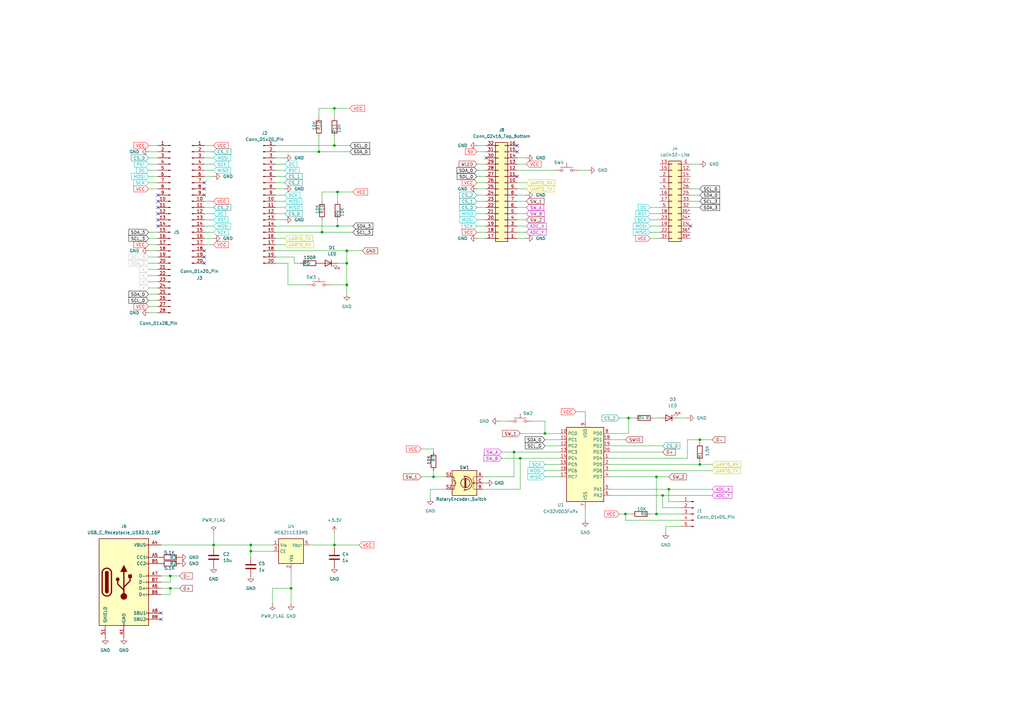
<source format=kicad_sch>
(kicad_sch (version 20250114) (generator "eeschema") (generator_version "9.0")
  (paper "A3")
  (junction (at 138.43 78.74))
  (junction (at 102.87 226.06))
  (junction (at 102.87 223.52))
  (junction (at 256.54 210.82))
  (junction (at 130.81 62.23))
  (junction (at 210.82 185.42))
  (junction (at 138.43 92.71))
  (junction (at 287.02 180.34))
  (junction (at 213.36 187.96))
  (junction (at 274.32 200.66))
  (junction (at 119.38 241.3))
  (junction (at 271.78 203.2))
  (junction (at 137.16 223.52))
  (junction (at 142.24 107.95))
  (junction (at 137.16 44.45))
  (junction (at 137.16 59.69))
  (junction (at 269.24 210.82))
  (junction (at 269.24 195.58))
  (junction (at 69.85 236.22))
  (junction (at 257.81 171.45))
  (junction (at 142.24 102.87))
  (junction (at 287.02 190.5))
  (junction (at 69.85 241.3))
  (junction (at 223.52 177.8))
  (junction (at 142.24 116.84))
  (junction (at 177.8 195.58))
  (junction (at 87.63 223.52))
  (junction (at 132.08 95.25))
  (no_connect (at 64.77 90.17))
  (no_connect (at 212.09 59.69))
  (no_connect (at 283.21 92.71))
  (no_connect (at 66.04 254))
  (no_connect (at 212.09 72.39))
  (no_connect (at 199.39 64.77))
  (no_connect (at 83.82 102.87))
  (no_connect (at 212.09 62.23))
  (no_connect (at 66.04 251.46))
  (no_connect (at 64.77 82.55))
  (no_connect (at 83.82 105.41))
  (no_connect (at 64.77 87.63))
  (no_connect (at 64.77 92.71))
  (no_connect (at 64.77 80.01))
  (no_connect (at 83.82 107.95))
  (no_connect (at 64.77 85.09))
  (no_connect (at 83.82 77.47))
  (no_connect (at 83.82 74.93))
  (no_connect (at 83.82 80.01))
  (wire (pts (xy 132.08 90.17) (xy 132.08 95.25)))
  (wire (pts (xy 60.96 67.31) (xy 64.77 67.31)))
  (wire (pts (xy 210.82 185.42) (xy 229.87 185.42)))
  (wire (pts (xy 177.8 193.04) (xy 177.8 195.58)))
  (wire (pts (xy 148.59 102.87) (xy 142.24 102.87)))
  (wire (pts (xy 223.52 190.5) (xy 229.87 190.5)))
  (wire (pts (xy 205.74 187.96) (xy 213.36 187.96)))
  (wire (pts (xy 130.81 55.88) (xy 130.81 62.23)))
  (wire (pts (xy 60.96 69.85) (xy 64.77 69.85)))
  (wire (pts (xy 113.03 105.41) (xy 120.65 105.41)))
  (wire (pts (xy 120.65 107.95) (xy 123.19 107.95)))
  (wire (pts (xy 69.85 238.76) (xy 69.85 236.22)))
  (wire (pts (xy 172.72 195.58) (xy 177.8 195.58)))
  (wire (pts (xy 116.84 87.63) (xy 113.03 87.63)))
  (wire (pts (xy 195.58 92.71) (xy 199.39 92.71)))
  (wire (pts (xy 223.52 182.88) (xy 229.87 182.88)))
  (wire (pts (xy 119.38 241.3) (xy 119.38 247.65)))
  (wire (pts (xy 60.96 100.33) (xy 64.77 100.33)))
  (wire (pts (xy 177.8 184.15) (xy 177.8 185.42)))
  (wire (pts (xy 223.52 172.72) (xy 218.44 172.72)))
  (wire (pts (xy 199.39 69.85) (xy 195.58 69.85)))
  (wire (pts (xy 66.04 243.84) (xy 69.85 243.84)))
  (wire (pts (xy 240.03 213.36) (xy 240.03 208.28)))
  (wire (pts (xy 256.54 210.82) (xy 254 210.82)))
  (wire (pts (xy 102.87 226.06) (xy 102.87 223.52)))
  (wire (pts (xy 120.65 105.41) (xy 120.65 107.95)))
  (wire (pts (xy 283.21 82.55) (xy 287.02 82.55)))
  (wire (pts (xy 87.63 87.63) (xy 83.82 87.63)))
  (wire (pts (xy 266.7 87.63) (xy 270.51 87.63)))
  (wire (pts (xy 195.58 62.23) (xy 199.39 62.23)))
  (wire (pts (xy 116.84 90.17) (xy 113.03 90.17)))
  (wire (pts (xy 212.09 92.71) (xy 215.9 92.71)))
  (wire (pts (xy 87.63 92.71) (xy 83.82 92.71)))
  (wire (pts (xy 212.09 69.85) (xy 227.33 69.85)))
  (wire (pts (xy 60.96 74.93) (xy 64.77 74.93)))
  (wire (pts (xy 66.04 223.52) (xy 87.63 223.52)))
  (wire (pts (xy 137.16 223.52) (xy 137.16 224.79)))
  (wire (pts (xy 215.9 64.77) (xy 212.09 64.77)))
  (wire (pts (xy 223.52 180.34) (xy 229.87 180.34)))
  (wire (pts (xy 144.78 92.71) (xy 138.43 92.71)))
  (wire (pts (xy 283.21 80.01) (xy 287.02 80.01)))
  (wire (pts (xy 60.96 118.11) (xy 64.77 118.11)))
  (wire (pts (xy 250.19 182.88) (xy 271.78 182.88)))
  (wire (pts (xy 269.24 210.82) (xy 266.7 210.82)))
  (wire (pts (xy 199.39 67.31) (xy 195.58 67.31)))
  (wire (pts (xy 144.78 78.74) (xy 138.43 78.74)))
  (wire (pts (xy 240.03 168.91) (xy 240.03 172.72)))
  (wire (pts (xy 212.09 85.09) (xy 215.9 85.09)))
  (wire (pts (xy 278.13 171.45) (xy 281.94 171.45)))
  (wire (pts (xy 269.24 195.58) (xy 269.24 210.82)))
  (wire (pts (xy 60.96 95.25) (xy 64.77 95.25)))
  (wire (pts (xy 273.05 218.44) (xy 273.05 215.9)))
  (wire (pts (xy 116.84 74.93) (xy 113.03 74.93)))
  (wire (pts (xy 60.96 105.41) (xy 64.77 105.41)))
  (wire (pts (xy 213.36 177.8) (xy 223.52 177.8)))
  (wire (pts (xy 111.76 241.3) (xy 111.76 247.65)))
  (wire (pts (xy 66.04 241.3) (xy 69.85 241.3)))
  (wire (pts (xy 195.58 90.17) (xy 199.39 90.17)))
  (wire (pts (xy 250.19 195.58) (xy 269.24 195.58)))
  (wire (pts (xy 125.73 116.84) (xy 118.11 116.84)))
  (wire (pts (xy 210.82 195.58) (xy 210.82 185.42)))
  (wire (pts (xy 257.81 177.8) (xy 250.19 177.8)))
  (wire (pts (xy 287.02 190.5) (xy 292.1 190.5)))
  (wire (pts (xy 87.63 59.69) (xy 83.82 59.69)))
  (wire (pts (xy 195.58 74.93) (xy 199.39 74.93)))
  (wire (pts (xy 250.19 180.34) (xy 256.54 180.34)))
  (wire (pts (xy 142.24 102.87) (xy 142.24 107.95)))
  (wire (pts (xy 250.19 203.2) (xy 271.78 203.2)))
  (wire (pts (xy 66.04 236.22) (xy 69.85 236.22)))
  (wire (pts (xy 130.81 62.23) (xy 113.03 62.23)))
  (wire (pts (xy 127 223.52) (xy 137.16 223.52)))
  (wire (pts (xy 60.96 77.47) (xy 64.77 77.47)))
  (wire (pts (xy 137.16 55.88) (xy 137.16 59.69)))
  (wire (pts (xy 266.7 92.71) (xy 270.51 92.71)))
  (wire (pts (xy 87.63 218.44) (xy 87.63 223.52)))
  (wire (pts (xy 287.02 180.34) (xy 287.02 181.61)))
  (wire (pts (xy 60.96 64.77) (xy 64.77 64.77)))
  (wire (pts (xy 60.96 125.73) (xy 64.77 125.73)))
  (wire (pts (xy 137.16 44.45) (xy 137.16 48.26)))
  (wire (pts (xy 223.52 177.8) (xy 223.52 172.72)))
  (wire (pts (xy 60.96 123.19) (xy 64.77 123.19)))
  (wire (pts (xy 142.24 102.87) (xy 113.03 102.87)))
  (wire (pts (xy 223.52 195.58) (xy 229.87 195.58)))
  (wire (pts (xy 195.58 95.25) (xy 199.39 95.25)))
  (wire (pts (xy 266.7 90.17) (xy 270.51 90.17)))
  (wire (pts (xy 60.96 110.49) (xy 64.77 110.49)))
  (wire (pts (xy 198.12 200.66) (xy 213.36 200.66)))
  (wire (pts (xy 87.63 90.17) (xy 83.82 90.17)))
  (wire (pts (xy 143.51 59.69) (xy 137.16 59.69)))
  (wire (pts (xy 87.63 223.52) (xy 102.87 223.52)))
  (wire (pts (xy 271.78 208.28) (xy 279.4 208.28)))
  (wire (pts (xy 132.08 82.55) (xy 132.08 78.74)))
  (wire (pts (xy 223.52 193.04) (xy 229.87 193.04)))
  (wire (pts (xy 236.22 168.91) (xy 240.03 168.91)))
  (wire (pts (xy 212.09 95.25) (xy 215.9 95.25)))
  (wire (pts (xy 60.96 102.87) (xy 64.77 102.87)))
  (wire (pts (xy 60.96 62.23) (xy 64.77 62.23)))
  (wire (pts (xy 198.12 195.58) (xy 210.82 195.58)))
  (wire (pts (xy 138.43 78.74) (xy 138.43 82.55)))
  (wire (pts (xy 266.7 97.79) (xy 270.51 97.79)))
  (wire (pts (xy 195.58 59.69) (xy 199.39 59.69)))
  (wire (pts (xy 102.87 223.52) (xy 111.76 223.52)))
  (wire (pts (xy 269.24 195.58) (xy 274.32 195.58)))
  (wire (pts (xy 269.24 210.82) (xy 279.4 210.82)))
  (wire (pts (xy 69.85 243.84) (xy 69.85 241.3)))
  (wire (pts (xy 241.3 69.85) (xy 237.49 69.85)))
  (wire (pts (xy 87.63 64.77) (xy 83.82 64.77)))
  (wire (pts (xy 212.09 82.55) (xy 215.9 82.55)))
  (wire (pts (xy 138.43 107.95) (xy 142.24 107.95)))
  (wire (pts (xy 274.32 205.74) (xy 279.4 205.74)))
  (wire (pts (xy 292.1 193.04) (xy 250.19 193.04)))
  (wire (pts (xy 257.81 171.45) (xy 260.35 171.45)))
  (wire (pts (xy 142.24 120.65) (xy 142.24 116.84)))
  (wire (pts (xy 69.85 241.3) (xy 73.66 241.3)))
  (wire (pts (xy 250.19 200.66) (xy 274.32 200.66)))
  (wire (pts (xy 281.94 180.34) (xy 281.94 187.96)))
  (wire (pts (xy 212.09 90.17) (xy 215.9 90.17)))
  (wire (pts (xy 229.87 187.96) (xy 213.36 187.96)))
  (wire (pts (xy 283.21 77.47) (xy 287.02 77.47)))
  (wire (pts (xy 116.84 80.01) (xy 113.03 80.01)))
  (wire (pts (xy 287.02 180.34) (xy 292.1 180.34)))
  (wire (pts (xy 138.43 92.71) (xy 113.03 92.71)))
  (wire (pts (xy 60.96 128.27) (xy 64.77 128.27)))
  (wire (pts (xy 116.84 67.31) (xy 113.03 67.31)))
  (wire (pts (xy 215.9 67.31) (xy 212.09 67.31)))
  (wire (pts (xy 256.54 213.36) (xy 279.4 213.36)))
  (wire (pts (xy 66.04 238.76) (xy 69.85 238.76)))
  (wire (pts (xy 266.7 85.09) (xy 270.51 85.09)))
  (wire (pts (xy 144.78 95.25) (xy 132.08 95.25)))
  (wire (pts (xy 215.9 80.01) (xy 212.09 80.01)))
  (wire (pts (xy 199.39 82.55) (xy 195.58 82.55)))
  (wire (pts (xy 229.87 177.8) (xy 223.52 177.8)))
  (wire (pts (xy 119.38 233.68) (xy 119.38 241.3)))
  (wire (pts (xy 213.36 187.96) (xy 213.36 200.66)))
  (wire (pts (xy 143.51 62.23) (xy 130.81 62.23)))
  (wire (pts (xy 60.96 120.65) (xy 64.77 120.65)))
  (wire (pts (xy 283.21 85.09) (xy 287.02 85.09)))
  (wire (pts (xy 176.53 204.47) (xy 176.53 200.66)))
  (wire (pts (xy 118.11 107.95) (xy 113.03 107.95)))
  (wire (pts (xy 87.63 95.25) (xy 83.82 95.25)))
  (wire (pts (xy 142.24 116.84) (xy 135.89 116.84)))
  (wire (pts (xy 118.11 116.84) (xy 118.11 107.95)))
  (wire (pts (xy 87.63 69.85) (xy 83.82 69.85)))
  (wire (pts (xy 287.02 67.31) (xy 283.21 67.31)))
  (wire (pts (xy 130.81 48.26) (xy 130.81 44.45)))
  (wire (pts (xy 116.84 64.77) (xy 113.03 64.77)))
  (wire (pts (xy 266.7 95.25) (xy 270.51 95.25)))
  (wire (pts (xy 215.9 97.79) (xy 212.09 97.79)))
  (wire (pts (xy 199.39 80.01) (xy 195.58 80.01)))
  (wire (pts (xy 116.84 72.39) (xy 113.03 72.39)))
  (wire (pts (xy 137.16 218.44) (xy 137.16 223.52)))
  (wire (pts (xy 87.63 224.79) (xy 87.63 223.52)))
  (wire (pts (xy 87.63 100.33) (xy 83.82 100.33)))
  (wire (pts (xy 215.9 74.93) (xy 212.09 74.93)))
  (wire (pts (xy 102.87 228.6) (xy 102.87 226.06)))
  (wire (pts (xy 274.32 200.66) (xy 274.32 205.74)))
  (wire (pts (xy 287.02 189.23) (xy 287.02 190.5)))
  (wire (pts (xy 205.74 185.42) (xy 210.82 185.42)))
  (wire (pts (xy 143.51 44.45) (xy 137.16 44.45)))
  (wire (pts (xy 274.32 200.66) (xy 292.1 200.66)))
  (wire (pts (xy 60.96 72.39) (xy 64.77 72.39)))
  (wire (pts (xy 87.63 97.79) (xy 83.82 97.79)))
  (wire (pts (xy 215.9 77.47) (xy 212.09 77.47)))
  (wire (pts (xy 270.51 171.45) (xy 267.97 171.45)))
  (wire (pts (xy 195.58 97.79) (xy 199.39 97.79)))
  (wire (pts (xy 130.81 44.45) (xy 137.16 44.45)))
  (wire (pts (xy 250.19 190.5) (xy 287.02 190.5)))
  (wire (pts (xy 271.78 203.2) (xy 271.78 208.28)))
  (wire (pts (xy 212.09 87.63) (xy 215.9 87.63)))
  (wire (pts (xy 116.84 97.79) (xy 113.03 97.79)))
  (wire (pts (xy 195.58 77.47) (xy 199.39 77.47)))
  (wire (pts (xy 60.96 113.03) (xy 64.77 113.03)))
  (wire (pts (xy 257.81 171.45) (xy 257.81 177.8)))
  (wire (pts (xy 281.94 187.96) (xy 250.19 187.96)))
  (wire (pts (xy 273.05 215.9) (xy 279.4 215.9)))
  (wire (pts (xy 259.08 210.82) (xy 256.54 210.82)))
  (wire (pts (xy 87.63 72.39) (xy 83.82 72.39)))
  (wire (pts (xy 204.47 172.72) (xy 208.28 172.72)))
  (wire (pts (xy 254 171.45) (xy 257.81 171.45)))
  (wire (pts (xy 138.43 90.17) (xy 138.43 92.71)))
  (wire (pts (xy 69.85 236.22) (xy 73.66 236.22)))
  (wire (pts (xy 116.84 82.55) (xy 113.03 82.55)))
  (wire (pts (xy 132.08 78.74) (xy 138.43 78.74)))
  (wire (pts (xy 111.76 241.3) (xy 119.38 241.3)))
  (wire (pts (xy 176.53 200.66) (xy 182.88 200.66)))
  (wire (pts (xy 177.8 195.58) (xy 182.88 195.58)))
  (wire (pts (xy 271.78 203.2) (xy 292.1 203.2)))
  (wire (pts (xy 281.94 180.34) (xy 287.02 180.34)))
  (wire (pts (xy 198.12 198.12) (xy 199.39 198.12)))
  (wire (pts (xy 60.96 59.69) (xy 64.77 59.69)))
  (wire (pts (xy 116.84 85.09) (xy 113.03 85.09)))
  (wire (pts (xy 137.16 59.69) (xy 113.03 59.69)))
  (wire (pts (xy 102.87 226.06) (xy 111.76 226.06)))
  (wire (pts (xy 250.19 185.42) (xy 271.78 185.42)))
  (wire (pts (xy 87.63 62.23) (xy 83.82 62.23)))
  (wire (pts (xy 87.63 67.31) (xy 83.82 67.31)))
  (wire (pts (xy 177.8 184.15) (xy 172.72 184.15)))
  (wire (pts (xy 116.84 77.47) (xy 113.03 77.47)))
  (wire (pts (xy 199.39 72.39) (xy 195.58 72.39)))
  (wire (pts (xy 142.24 107.95) (xy 142.24 116.84)))
  (wire (pts (xy 116.84 69.85) (xy 113.03 69.85)))
  (wire (pts (xy 87.63 82.55) (xy 83.82 82.55)))
  (wire (pts (xy 87.63 85.09) (xy 83.82 85.09)))
  (wire (pts (xy 137.16 223.52) (xy 147.32 223.52)))
  (wire (pts (xy 60.96 97.79) (xy 64.77 97.79)))
  (wire (pts (xy 132.08 95.25) (xy 113.03 95.25)))
  (wire (pts (xy 116.84 100.33) (xy 113.03 100.33)))
  (wire (pts (xy 60.96 107.95) (xy 64.77 107.95)))
  (wire (pts (xy 256.54 213.36) (xy 256.54 210.82)))
  (wire (pts (xy 195.58 87.63) (xy 199.39 87.63)))
  (wire (pts (xy 60.96 115.57) (xy 64.77 115.57)))
  (wire (pts (xy 199.39 85.09) (xy 195.58 85.09)))
  (global_label "X" (shape input) (at 60.96 115.57 180) (property "Intersheetrefs" "${INTERSHEET_REFS}" (effects (hide yes))))
  (global_label "X" (shape input) (at 60.96 118.11 180) (property "Intersheetrefs" "${INTERSHEET_REFS}" (effects (hide yes))))
  (global_label "UART0_TX" (shape input) (at 292.1 193.04 0) (property "Intersheetrefs" "${INTERSHEET_REFS}" (effects (hide yes))))
  (global_label "WLED" (shape input) (at 195.58 67.31 180) (property "Intersheetrefs" "${INTERSHEET_REFS}" (effects (hide yes))))
  (global_label "VCC" (shape input) (at 195.58 74.93 180) (property "Intersheetrefs" "${INTERSHEET_REFS}" (effects (hide yes))))
  (global_label "ADC_X" (shape input) (at 292.1 200.66 0) (property "Intersheetrefs" "${INTERSHEET_REFS}" (effects (hide yes))))
  (global_label "MISO" (shape input) (at 87.63 69.85 0) (property "Intersheetrefs" "${INTERSHEET_REFS}" (effects (hide yes))))
  (global_label "SW_A" (shape input) (at 215.9 85.09 0) (property "Intersheetrefs" "${INTERSHEET_REFS}" (effects (hide yes))))
  (global_label "RST" (shape input) (at 60.96 67.31 180) (property "Intersheetrefs" "${INTERSHEET_REFS}" (effects (hide yes))))
  (global_label "SW_1" (shape input) (at 172.72 195.58 180) (property "Intersheetrefs" "${INTERSHEET_REFS}" (effects (hide yes))))
  (global_label "CS_0" (shape input) (at 195.58 85.09 180) (property "Intersheetrefs" "${INTERSHEET_REFS}" (effects (hide yes))))
  (global_label "D+" (shape input) (at 73.66 241.3 0) (property "Intersheetrefs" "${INTERSHEET_REFS}" (effects (hide yes))))
  (global_label "SW_B" (shape input) (at 205.74 187.96 180) (property "Intersheetrefs" "${INTERSHEET_REFS}" (effects (hide yes))))
  (global_label "UART0_TX" (shape input) (at 215.9 77.47 0) (property "Intersheetrefs" "${INTERSHEET_REFS}" (effects (hide yes))))
  (global_label "CS_1" (shape input) (at 195.58 82.55 180) (property "Intersheetrefs" "${INTERSHEET_REFS}" (effects (hide yes))))
  (global_label "SDA_3" (shape input) (at 60.96 107.95 180) (property "Intersheetrefs" "${INTERSHEET_REFS}" (effects (hide yes))))
  (global_label "ADC_Y" (shape input) (at 215.9 95.25 0) (property "Intersheetrefs" "${INTERSHEET_REFS}" (effects (hide yes))))
  (global_label "SCL_0" (shape input) (at 143.51 59.69 0) (property "Intersheetrefs" "${INTERSHEET_REFS}" (effects (hide yes))))
  (global_label "ADC_X" (shape input) (at 215.9 92.71 0) (property "Intersheetrefs" "${INTERSHEET_REFS}" (effects (hide yes))))
  (global_label "CS_1" (shape input) (at 87.63 62.23 0) (property "Intersheetrefs" "${INTERSHEET_REFS}" (effects (hide yes))))
  (global_label "MOSI" (shape input) (at 266.7 92.71 180) (property "Intersheetrefs" "${INTERSHEET_REFS}" (effects (hide yes))))
  (global_label "ADC_Y" (shape input) (at 292.1 203.2 0) (property "Intersheetrefs" "${INTERSHEET_REFS}" (effects (hide yes))))
  (global_label "CS_0" (shape input) (at 116.84 87.63 0) (property "Intersheetrefs" "${INTERSHEET_REFS}" (effects (hide yes))))
  (global_label "X" (shape input) (at 60.96 113.03 180) (property "Intersheetrefs" "${INTERSHEET_REFS}" (effects (hide yes))))
  (global_label "VCC" (shape input) (at 195.58 95.25 180) (property "Intersheetrefs" "${INTERSHEET_REFS}" (effects (hide yes))))
  (global_label "SCK" (shape input) (at 60.96 74.93 180) (property "Intersheetrefs" "${INTERSHEET_REFS}" (effects (hide yes))))
  (global_label "SDA_3" (shape input) (at 144.78 92.71 0) (property "Intersheetrefs" "${INTERSHEET_REFS}" (effects (hide yes))))
  (global_label "SCK" (shape input) (at 87.63 67.31 0) (property "Intersheetrefs" "${INTERSHEET_REFS}" (effects (hide yes))))
  (global_label "D+" (shape input) (at 271.78 185.42 0) (property "Intersheetrefs" "${INTERSHEET_REFS}" (effects (hide yes))))
  (global_label "CS_2" (shape input) (at 195.58 80.01 180) (property "Intersheetrefs" "${INTERSHEET_REFS}" (effects (hide yes))))
  (global_label "SCK" (shape input) (at 87.63 95.25 0) (property "Intersheetrefs" "${INTERSHEET_REFS}" (effects (hide yes))))
  (global_label "DC" (shape input) (at 87.63 87.63 0) (property "Intersheetrefs" "${INTERSHEET_REFS}" (effects (hide yes))))
  (global_label "MISO" (shape input) (at 116.84 85.09 0) (property "Intersheetrefs" "${INTERSHEET_REFS}" (effects (hide yes))))
  (global_label "VCC" (shape input) (at 254 210.82 180) (property "Intersheetrefs" "${INTERSHEET_REFS}" (effects (hide yes))))
  (global_label "SCL_0" (shape input) (at 60.96 123.19 180) (property "Intersheetrefs" "${INTERSHEET_REFS}" (effects (hide yes))))
  (global_label "RST" (shape input) (at 266.7 87.63 180) (property "Intersheetrefs" "${INTERSHEET_REFS}" (effects (hide yes))))
  (global_label "UART0_RX" (shape input) (at 215.9 74.93 0) (property "Intersheetrefs" "${INTERSHEET_REFS}" (effects (hide yes))))
  (global_label "CS_1" (shape input) (at 116.84 72.39 0) (property "Intersheetrefs" "${INTERSHEET_REFS}" (effects (hide yes))))
  (global_label "SCK" (shape input) (at 116.84 80.01 0) (property "Intersheetrefs" "${INTERSHEET_REFS}" (effects (hide yes))))
  (global_label "SCL_0" (shape input) (at 287.02 77.47 0) (property "Intersheetrefs" "${INTERSHEET_REFS}" (effects (hide yes))))
  (global_label "VCC" (shape input) (at 147.32 223.52 0) (property "Intersheetrefs" "${INTERSHEET_REFS}" (effects (hide yes))))
  (global_label "VCC" (shape input) (at 144.78 78.74 0) (property "Intersheetrefs" "${INTERSHEET_REFS}" (effects (hide yes))))
  (global_label "SW_B" (shape input) (at 215.9 87.63 0) (property "Intersheetrefs" "${INTERSHEET_REFS}" (effects (hide yes))))
  (global_label "D-" (shape input) (at 292.1 180.34 0) (property "Intersheetrefs" "${INTERSHEET_REFS}" (effects (hide yes))))
  (global_label "SCL_3" (shape input) (at 60.96 97.79 180) (property "Intersheetrefs" "${INTERSHEET_REFS}" (effects (hide yes))))
  (global_label "VCC" (shape input) (at 215.9 67.31 0) (property "Intersheetrefs" "${INTERSHEET_REFS}" (effects (hide yes))))
  (global_label "D-" (shape input) (at 73.66 236.22 0) (property "Intersheetrefs" "${INTERSHEET_REFS}" (effects (hide yes))))
  (global_label "SCL_3" (shape input) (at 60.96 105.41 180) (property "Intersheetrefs" "${INTERSHEET_REFS}" (effects (hide yes))))
  (global_label "SW_1" (shape input) (at 215.9 82.55 0) (property "Intersheetrefs" "${INTERSHEET_REFS}" (effects (hide yes))))
  (global_label "SCK" (shape input) (at 195.58 92.71 180) (property "Intersheetrefs" "${INTERSHEET_REFS}" (effects (hide yes))))
  (global_label "MISO" (shape input) (at 223.52 195.58 180) (property "Intersheetrefs" "${INTERSHEET_REFS}" (effects (hide yes))))
  (global_label "MOSI" (shape input) (at 195.58 90.17 180) (property "Intersheetrefs" "${INTERSHEET_REFS}" (effects (hide yes))))
  (global_label "SCL_0" (shape input) (at 223.52 182.88 180) (property "Intersheetrefs" "${INTERSHEET_REFS}" (effects (hide yes))))
  (global_label "SDA_0" (shape input) (at 60.96 120.65 180) (property "Intersheetrefs" "${INTERSHEET_REFS}" (effects (hide yes))))
  (global_label "VCC" (shape input) (at 87.63 59.69 0) (property "Intersheetrefs" "${INTERSHEET_REFS}" (effects (hide yes))))
  (global_label "VCC" (shape input) (at 236.22 168.91 180) (property "Intersheetrefs" "${INTERSHEET_REFS}" (effects (hide yes))))
  (global_label "VCC" (shape input) (at 172.72 184.15 180) (property "Intersheetrefs" "${INTERSHEET_REFS}" (effects (hide yes))))
  (global_label "MOSI" (shape input) (at 116.84 82.55 0) (property "Intersheetrefs" "${INTERSHEET_REFS}" (effects (hide yes))))
  (global_label "CS_0" (shape input) (at 60.96 64.77 180) (property "Intersheetrefs" "${INTERSHEET_REFS}" (effects (hide yes))))
  (global_label "VCC" (shape input) (at 60.96 100.33 180) (property "Intersheetrefs" "${INTERSHEET_REFS}" (effects (hide yes))))
  (global_label "SCL_3" (shape input) (at 144.78 95.25 0) (property "Intersheetrefs" "${INTERSHEET_REFS}" (effects (hide yes))))
  (global_label "VCC" (shape input) (at 60.96 77.47 180) (property "Intersheetrefs" "${INTERSHEET_REFS}" (effects (hide yes))))
  (global_label "SWIO" (shape input) (at 256.54 180.34 0) (property "Intersheetrefs" "${INTERSHEET_REFS}" (effects (hide yes))))
  (global_label "SCK" (shape input) (at 223.52 190.5 180) (property "Intersheetrefs" "${INTERSHEET_REFS}" (effects (hide yes))))
  (global_label "UART0_RX" (shape input) (at 292.1 190.5 0) (property "Intersheetrefs" "${INTERSHEET_REFS}" (effects (hide yes))))
  (global_label "SW_2" (shape input) (at 215.9 90.17 0) (property "Intersheetrefs" "${INTERSHEET_REFS}" (effects (hide yes))))
  (global_label "DC" (shape input) (at 60.96 69.85 180) (property "Intersheetrefs" "${INTERSHEET_REFS}" (effects (hide yes))))
  (global_label "SDA_3" (shape input) (at 287.02 85.09 0) (property "Intersheetrefs" "${INTERSHEET_REFS}" (effects (hide yes))))
  (global_label "SW_1" (shape input) (at 213.36 177.8 180) (property "Intersheetrefs" "${INTERSHEET_REFS}" (effects (hide yes))))
  (global_label "MOSI" (shape input) (at 60.96 72.39 180) (property "Intersheetrefs" "${INTERSHEET_REFS}" (effects (hide yes))))
  (global_label "X" (shape input) (at 60.96 110.49 180) (property "Intersheetrefs" "${INTERSHEET_REFS}" (effects (hide yes))))
  (global_label "RST" (shape input) (at 87.63 90.17 0) (property "Intersheetrefs" "${INTERSHEET_REFS}" (effects (hide yes))))
  (global_label "SDA_0" (shape input) (at 287.02 80.01 0) (property "Intersheetrefs" "${INTERSHEET_REFS}" (effects (hide yes))))
  (global_label "MOSI" (shape input) (at 223.52 193.04 180) (property "Intersheetrefs" "${INTERSHEET_REFS}" (effects (hide yes))))
  (global_label "DC" (shape input) (at 266.7 85.09 180) (property "Intersheetrefs" "${INTERSHEET_REFS}" (effects (hide yes))))
  (global_label "GND" (shape input) (at 148.59 102.87 0) (property "Intersheetrefs" "${INTERSHEET_REFS}" (effects (hide yes))))
  (global_label "CS_2" (shape input) (at 116.84 74.93 0) (property "Intersheetrefs" "${INTERSHEET_REFS}" (effects (hide yes))))
  (global_label "SDA_0" (shape input) (at 223.52 180.34 180) (property "Intersheetrefs" "${INTERSHEET_REFS}" (effects (hide yes))))
  (global_label "VCC" (shape input) (at 87.63 82.55 0) (property "Intersheetrefs" "${INTERSHEET_REFS}" (effects (hide yes))))
  (global_label "DC" (shape input) (at 116.84 67.31 0) (property "Intersheetrefs" "${INTERSHEET_REFS}" (effects (hide yes))))
  (global_label "SCK" (shape input) (at 266.7 90.17 180) (property "Intersheetrefs" "${INTERSHEET_REFS}" (effects (hide yes))))
  (global_label "VCC" (shape input) (at 60.96 125.73 180) (property "Intersheetrefs" "${INTERSHEET_REFS}" (effects (hide yes))))
  (global_label "MOSI" (shape input) (at 87.63 92.71 0) (property "Intersheetrefs" "${INTERSHEET_REFS}" (effects (hide yes))))
  (global_label "RST" (shape input) (at 116.84 69.85 0) (property "Intersheetrefs" "${INTERSHEET_REFS}" (effects (hide yes))))
  (global_label "SDL_0" (shape input) (at 195.58 72.39 180) (property "Intersheetrefs" "${INTERSHEET_REFS}" (effects (hide yes))))
  (global_label "VCC" (shape input) (at 60.96 59.69 180) (property "Intersheetrefs" "${INTERSHEET_REFS}" (effects (hide yes))))
  (global_label "VCC" (shape input) (at 143.51 44.45 0) (property "Intersheetrefs" "${INTERSHEET_REFS}" (effects (hide yes))))
  (global_label "SCL_3" (shape input) (at 287.02 82.55 0) (property "Intersheetrefs" "${INTERSHEET_REFS}" (effects (hide yes))))
  (global_label "MISO" (shape input) (at 195.58 87.63 180) (property "Intersheetrefs" "${INTERSHEET_REFS}" (effects (hide yes))))
  (global_label "SDA_0" (shape input) (at 195.58 69.85 180) (property "Intersheetrefs" "${INTERSHEET_REFS}" (effects (hide yes))))
  (global_label "VCC" (shape input) (at 266.7 97.79 180) (property "Intersheetrefs" "${INTERSHEET_REFS}" (effects (hide yes))))
  (global_label "MISO" (shape input) (at 266.7 95.25 180) (property "Intersheetrefs" "${INTERSHEET_REFS}" (effects (hide yes))))
  (global_label "SDA_3" (shape input) (at 60.96 95.25 180) (property "Intersheetrefs" "${INTERSHEET_REFS}" (effects (hide yes))))
  (global_label "MOSI" (shape input) (at 87.63 64.77 0) (property "Intersheetrefs" "${INTERSHEET_REFS}" (effects (hide yes))))
  (global_label "SDA_0" (shape input) (at 143.51 62.23 0) (property "Intersheetrefs" "${INTERSHEET_REFS}" (effects (hide yes))))
  (global_label "UART0_RX" (shape input) (at 116.84 100.33 0) (property "Intersheetrefs" "${INTERSHEET_REFS}" (effects (hide yes))))
  (global_label "CS_0" (shape input) (at 271.78 182.88 0) (property "Intersheetrefs" "${INTERSHEET_REFS}" (effects (hide yes))))
  (global_label "CS_2" (shape input) (at 87.63 85.09 0) (property "Intersheetrefs" "${INTERSHEET_REFS}" (effects (hide yes))))
  (global_label "SW_2" (shape input) (at 274.32 195.58 0) (property "Intersheetrefs" "${INTERSHEET_REFS}" (effects (hide yes))))
  (global_label "VCC" (shape input) (at 87.63 100.33 0) (property "Intersheetrefs" "${INTERSHEET_REFS}" (effects (hide yes))))
  (global_label "5V" (shape input) (at 195.58 62.23 180) (property "Intersheetrefs" "${INTERSHEET_REFS}" (effects (hide yes))))
  (global_label "UART0_TX" (shape input) (at 116.84 97.79 0) (property "Intersheetrefs" "${INTERSHEET_REFS}" (effects (hide yes))))
  (global_label "CS_2" (shape input) (at 254 171.45 180) (property "Intersheetrefs" "${INTERSHEET_REFS}" (effects (hide yes))))
  (global_label "SW_A" (shape input) (at 205.74 185.42 180) (property "Intersheetrefs" "${INTERSHEET_REFS}" (effects (hide yes))))
  (symbol (lib_name "GND_1") (lib_id "power:GND") (at 119.38 247.65 0) (unit 1)
    (property "Reference" "#PWR010" (effects (hide yes)))
    (property "Value" "GND" (at 119.38 252.73 0))
    (property "Description" "Power symbol creates a global label with name \"GND\" , ground" (effects (hide yes)))
  )
  (symbol (lib_name "GND_1") (lib_id "power:GND") (at 273.05 218.44 0) (unit 1)
    (property "Reference" "#PWR04" (effects (hide yes)))
    (property "Value" "GND" (at 273.05 223.52 0))
    (property "Description" "Power symbol creates a global label with name \"GND\" , ground" (effects (hide yes)))
  )
  (symbol (lib_name "GND_1") (lib_id "power:GND") (at 241.3 69.85 90) (mirror x) (unit 1)
    (property "Reference" "#PWR019" (effects (hide yes)))
    (property "Value" "GND" (at 245.11 69.8499 90) (effects (justify right)))
    (property "Description" "Power symbol creates a global label with name \"GND\" , ground" (effects (hide yes)))
  )
  (symbol (lib_id "Switch:SW_Push") (at 130.81 116.84 0) (unit 1)
    (property "Reference" "SW3" (at 127.635 113.665 0))
    (property "Value" "SW_Push" (effects (hide yes)))
    (property "Footprint" "Button_Switch_SMD:SW_SPST_PTS810" (effects (hide yes)))
  )
  (symbol (lib_id "MCU_WCH_CH32V0:CH32V003FxPx") (at 240.03 190.5 0) (unit 1)
    (property "Reference" "U1" (at 228.6 207.01 0) (effects (justify left)))
    (property "Value" "CH32V003FxPx" (at 222.758 209.804 0) (effects (justify left)))
    (property "Footprint" "Package_SO:TSSOP-20_4.4x6.5mm_P0.65mm" (effects (hide yes)))
    (property "Datasheet" "https://www.wch-ic.com/products/CH32V003.html" (effects (hide yes)))
    (property "Description" "CH32V003 series are industrial-grade general-purpose microcontrollers designed based on 32-bit RISC-V instruction set and architecture. It adopts QingKe V2A core, RV32EC instruction set, and supports 2 levels of interrupt nesting. The series are mounted with rich peripheral interfaces and function modules. Its internal organizational structure meets the low-cost and low-power embedded application scenarios." (effects (hide yes)))
  )
  (symbol (lib_name "GND_1") (lib_id "power:GND") (at 116.84 77.47 90) (mirror x) (unit 1)
    (property "Reference" "#PWR027" (effects (hide yes)))
    (property "Value" "GND" (at 120.65 77.4699 90) (effects (justify right)))
    (property "Description" "Power symbol creates a global label with name \"GND\" , ground" (effects (hide yes)))
  )
  (symbol (lib_id "Device:R") (at 69.85 231.14 90) (unit 1)
    (property "Reference" "R2" (at 72.39 231.14 90) (effects (justify left)))
    (property "Value" "5.1K" (at 71.755 233.045 90) (effects (justify left)))
    (property "Footprint" "Resistor_SMD:R_0603_1608Metric" (effects (hide yes)))
  )
  (symbol (lib_id "Device:R") (at 130.81 52.07 180) (unit 1)
    (property "Reference" "R12" (at 130.81 49.53 90) (effects (justify left)))
    (property "Value" "10K" (at 128.905 49.53 90) (effects (justify left)))
    (property "Footprint" "Resistor_SMD:R_0603_1608Metric" (effects (hide yes)))
  )
  (symbol (lib_id "Connector:Conn_01x05_Pin") (at 284.48 210.82 0) (mirror y) (unit 1)
    (property "Reference" "J1" (at 285.75 209.5499 0) (effects (justify right)))
    (property "Value" "Conn_01x05_Pin" (at 285.75 212.0899 0) (effects (justify right)))
    (property "Footprint" "Connector_PinSocket_2.54mm:PinSocket_1x05_P2.54mm_Vertical" (effects (hide yes)))
    (property "Description" "Generic connector, single row, 01x05, script generated" (effects (hide yes)))
  )
  (symbol (lib_id "Connector:Conn_01x28_Pin") (at 69.85 92.71 0) (mirror y) (unit 1)
    (property "Reference" "J5" (at 71.12 95.2501 0) (effects (justify right)))
    (property "Value" "Conn_01x28_Pin" (at 57.15 132.588 0) (effects (justify right)))
    (property "Footprint" "Connector_PinHeader_2.54mm:PinHeader_1x28_P2.54mm_Vertical" (effects (hide yes)))
    (property "Description" "Generic connector, single row, 01x28, script generated" (effects (hide yes)))
  )
  (symbol (lib_name "GND_1") (lib_id "power:GND") (at 60.96 128.27 270) (unit 1)
    (property "Reference" "#PWR033" (effects (hide yes)))
    (property "Value" "GND" (at 57.15 128.2699 90) (effects (justify right)))
    (property "Description" "Power symbol creates a global label with name \"GND\" , ground" (effects (hide yes)))
  )
  (symbol (lib_id "Device:R") (at 177.8 189.23 180) (unit 1)
    (property "Reference" "R7" (at 177.8 186.69 90) (effects (justify left)))
    (property "Value" "10K" (at 175.895 186.69 90) (effects (justify left)))
    (property "Footprint" "Resistor_SMD:R_0603_1608Metric" (effects (hide yes)))
  )
  (symbol (lib_name "GND_1") (lib_id "power:GND") (at 195.58 59.69 270) (unit 1)
    (property "Reference" "#PWR023" (effects (hide yes)))
    (property "Value" "GND" (at 191.77 59.6899 90) (effects (justify right)))
    (property "Description" "Power symbol creates a global label with name \"GND\" , ground" (effects (hide yes)))
  )
  (symbol (lib_name "GND_1") (lib_id "power:GND") (at 87.63 97.79 90) (mirror x) (unit 1)
    (property "Reference" "#PWR030" (effects (hide yes)))
    (property "Value" "GND" (at 91.44 97.7899 90) (effects (justify right)))
    (property "Description" "Power symbol creates a global label with name \"GND\" , ground" (effects (hide yes)))
  )
  (symbol (lib_name "GND_1") (lib_id "power:GND") (at 199.39 198.12 90) (mirror x) (unit 1)
    (property "Reference" "#PWR06" (effects (hide yes)))
    (property "Value" "GND" (at 202.692 198.12 90) (effects (justify right)))
    (property "Description" "Power symbol creates a global label with name \"GND\" , ground" (effects (hide yes)))
  )
  (symbol (lib_name "GND_1") (lib_id "power:GND") (at 142.24 120.65 0) (mirror y) (unit 1)
    (property "Reference" "#PWR09" (effects (hide yes)))
    (property "Value" "GND" (at 142.24 125.73 0))
    (property "Description" "Power symbol creates a global label with name \"GND\" , ground" (effects (hide yes)))
  )
  (symbol (lib_id "Device:C") (at 87.63 228.6 0) (unit 1)
    (property "Reference" "C2" (at 91.44 227.33 0) (effects (justify left)))
    (property "Value" "10u" (at 91.44 229.87 0) (effects (justify left)))
    (property "Footprint" "Capacitor_SMD:C_0603_1608Metric" (effects (hide yes)))
  )
  (symbol (lib_name "GND_1") (lib_id "power:GND") (at 50.8 261.62 0) (unit 1)
    (property "Reference" "#PWR013" (effects (hide yes)))
    (property "Value" "GND" (at 50.8 266.7 0))
    (property "Description" "Power symbol creates a global label with name \"GND\" , ground" (effects (hide yes)))
  )
  (symbol (lib_name "GND_1") (lib_id "power:GND") (at 73.66 228.6 90) (unit 1)
    (property "Reference" "#PWR016" (effects (hide yes)))
    (property "Value" "GND" (at 77.47 228.5999 90) (effects (justify right)))
    (property "Description" "Power symbol creates a global label with name \"GND\" , ground" (effects (hide yes)))
  )
  (symbol (lib_name "LED_1") (lib_id "Device:LED") (at 274.32 171.45 180) (unit 1)
    (property "Reference" "D3" (at 275.9075 163.83 0))
    (property "Value" "LED" (at 275.9075 166.37 0))
    (property "Footprint" "LED_SMD:LED_0603_1608Metric" (effects (hide yes)))
    (property "Description" "Light emitting diode" (effects (hide yes)))
    (property "Sim.Pins" "1=K 2=A" (effects (hide yes)))
  )
  (symbol (lib_id "Device:R") (at 69.85 228.6 90) (unit 1)
    (property "Reference" "R3" (at 72.39 228.6 90) (effects (justify left)))
    (property "Value" "5.1K" (at 71.755 226.695 90) (effects (justify left)))
    (property "Footprint" "Resistor_SMD:R_0603_1608Metric" (effects (hide yes)))
  )
  (symbol (lib_name "GND_1") (lib_id "power:GND") (at 287.02 67.31 90) (mirror x) (unit 1)
    (property "Reference" "#PWR034" (effects (hide yes)))
    (property "Value" "GND" (at 290.83 67.3099 90) (effects (justify right)))
    (property "Description" "Power symbol creates a global label with name \"GND\" , ground" (effects (hide yes)))
  )
  (symbol (lib_id "Device:R") (at 262.89 210.82 90) (mirror x) (unit 1)
    (property "Reference" "R6" (at 265.43 210.82 90) (effects (justify left)))
    (property "Value" "10K" (at 265.176 208.788 90) (effects (justify left)))
    (property "Footprint" "Resistor_SMD:R_0603_1608Metric" (effects (hide yes)))
  )
  (symbol (lib_name "GND_1") (lib_id "power:GND") (at 195.58 77.47 270) (unit 1)
    (property "Reference" "#PWR024" (effects (hide yes)))
    (property "Value" "GND" (at 191.77 77.4699 90) (effects (justify right)))
    (property "Description" "Power symbol creates a global label with name \"GND\" , ground" (effects (hide yes)))
  )
  (symbol (lib_id "Switch:SW_Push") (at 213.36 172.72 0) (mirror y) (unit 1)
    (property "Reference" "SW2" (at 216.535 169.545 0))
    (property "Value" "SW_Push" (effects (hide yes)))
    (property "Footprint" "Button_Switch_SMD:SW_SPST_PTS810" (effects (hide yes)))
  )
  (symbol (lib_id "IOT-Mess:Lolin32-Lite") (at 275.59 82.55 0) (unit 1)
    (property "Reference" "J4" (at 276.86 60.96 0))
    (property "Value" "Lolin32-Lite" (at 276.86 63.5 0))
    (property "Description" "Generic connector, double row, 02x13, row letter last pin numbering scheme (pin number consists of a letter for the row and a number for the pin index in this row. 1a, ..., Na; 1b, ..., Nb)), script generated (kicad-library-utils/schlib/autogen/connector/)" (effects (hide yes)))
  )
  (symbol (lib_id "Device:R") (at 137.16 52.07 0) (unit 1)
    (property "Reference" "R11" (at 137.16 54.61 90) (effects (justify left)))
    (property "Value" "10K" (at 139.065 54.61 90) (effects (justify left)))
    (property "Footprint" "Resistor_SMD:R_0603_1608Metric" (effects (hide yes)))
  )
  (symbol (lib_name "GND_1") (lib_id "power:GND") (at 60.96 102.87 270) (unit 1)
    (property "Reference" "#PWR032" (effects (hide yes)))
    (property "Value" "GND" (at 57.15 102.8699 90) (effects (justify right)))
    (property "Description" "Power symbol creates a global label with name \"GND\" , ground" (effects (hide yes)))
  )
  (symbol (lib_id "power:PWR_FLAG") (at 87.63 218.44 0) (unit 1)
    (property "Reference" "#FLG05" (effects (hide yes)))
    (property "Value" "PWR_FLAG" (at 87.63 213.36 0))
    (property "Description" "Special symbol for telling ERC where power comes from" (effects (hide yes)))
  )
  (symbol (lib_id "Regulator_Linear:ME6211C33M5") (at 119.38 226.06 0) (unit 1)
    (property "Reference" "U4" (at 119.38 215.9 0))
    (property "Value" "ME6211C33M5" (at 119.38 218.44 0))
    (property "Footprint" "Package_TO_SOT_SMD:SOT-23-5" (effects (hide yes)))
    (property "Datasheet" "https://www.lcsc.com/datasheet/lcsc_datasheet_2304140030_MICRONE-Nanjing-Micro-One-Elec-ME6211C33R5G_C235316.pdf" (effects (hide yes)))
    (property "Description" "500mA low dropout linear regulator, shutdown pin, 6.5V max input voltage, 3.3V fixed positive output, SOT-23-5" (effects (hide yes)))
  )
  (symbol (lib_id "power:PWR_FLAG") (at 111.76 247.65 180) (unit 1)
    (property "Reference" "#FLG04" (effects (hide yes)))
    (property "Value" "PWR_FLAG" (at 111.76 252.73 0))
    (property "Description" "Special symbol for telling ERC where power comes from" (effects (hide yes)))
  )
  (symbol (lib_name "GND_1") (lib_id "power:GND") (at 281.94 171.45 90) (unit 1)
    (property "Reference" "#PWR012" (effects (hide yes)))
    (property "Value" "GND" (at 285.75 171.4499 90) (effects (justify right)))
    (property "Description" "Power symbol creates a global label with name \"GND\" , ground" (effects (hide yes)))
  )
  (symbol (lib_name "GND_1") (lib_id "power:GND") (at 43.18 261.62 0) (unit 1)
    (property "Reference" "#PWR011" (effects (hide yes)))
    (property "Value" "GND" (at 43.18 266.7 0))
    (property "Description" "Power symbol creates a global label with name \"GND\" , ground" (effects (hide yes)))
  )
  (symbol (lib_id "Device:C") (at 102.87 232.41 0) (unit 1)
    (property "Reference" "C5" (at 106.045 231.14 0) (effects (justify left)))
    (property "Value" "1u" (at 106.045 233.68 0) (effects (justify left)))
    (property "Footprint" "Capacitor_SMD:C_0603_1608Metric" (effects (hide yes)))
  )
  (symbol (lib_id "power:+3.3V") (at 137.16 218.44 0) (unit 1)
    (property "Reference" "#PWR01" (effects (hide yes)))
    (property "Value" "+3.3V" (at 137.16 213.36 0))
    (property "Description" "Power symbol creates a global label with name \"+3.3V\"" (effects (hide yes)))
  )
  (symbol (lib_id "Switch:SW_Push") (at 232.41 69.85 0) (unit 1)
    (property "Reference" "SW4" (at 229.235 66.675 0))
    (property "Value" "SW_Push" (effects (hide yes)))
    (property "Footprint" "Button_Switch_SMD:SW_SPST_PTS810" (effects (hide yes)))
  )
  (symbol (lib_name "GND_1") (lib_id "power:GND") (at 240.03 213.36 0) (unit 1)
    (property "Reference" "#PWR03" (effects (hide yes)))
    (property "Value" "GND" (at 240.03 218.44 0))
    (property "Description" "Power symbol creates a global label with name \"GND\" , ground" (effects (hide yes)))
  )
  (symbol (lib_name "GND_1") (lib_id "power:GND") (at 87.63 72.39 90) (mirror x) (unit 1)
    (property "Reference" "#PWR029" (effects (hide yes)))
    (property "Value" "GND" (at 91.44 72.3899 90) (effects (justify right)))
    (property "Description" "Power symbol creates a global label with name \"GND\" , ground" (effects (hide yes)))
  )
  (symbol (lib_name "LED_1") (lib_id "Device:LED") (at 134.62 107.95 0) (mirror y) (unit 1)
    (property "Reference" "D1" (at 136.2075 101.6 0))
    (property "Value" "LED" (at 136.2075 104.14 0))
    (property "Footprint" "LED_SMD:LED_0603_1608Metric" (effects (hide yes)))
    (property "Description" "Light emitting diode" (effects (hide yes)))
    (property "Sim.Pins" "1=K 2=A" (effects (hide yes)))
  )
  (symbol (lib_name "GND_1") (lib_id "power:GND") (at 215.9 97.79 90) (mirror x) (unit 1)
    (property "Reference" "#PWR022" (effects (hide yes)))
    (property "Value" "GND" (at 219.71 97.7899 90) (effects (justify right)))
    (property "Description" "Power symbol creates a global label with name \"GND\" , ground" (effects (hide yes)))
  )
  (symbol (lib_name "GND_1") (lib_id "power:GND") (at 176.53 204.47 0) (mirror y) (unit 1)
    (property "Reference" "#PWR07" (effects (hide yes)))
    (property "Value" "GND" (at 176.53 209.55 0))
    (property "Description" "Power symbol creates a global label with name \"GND\" , ground" (effects (hide yes)))
  )
  (symbol (lib_id "Connector:Conn_01x20_Pin") (at 107.95 82.55 0) (unit 1)
    (property "Reference" "J2" (at 108.585 54.61 0))
    (property "Value" "Conn_01x20_Pin" (at 108.585 57.15 0))
    (property "Footprint" "Connector_PinHeader_2.54mm:PinHeader_1x21_P2.54mm_Vertical" (effects (hide yes)))
    (property "Description" "Generic connector, single row, 01x20, script generated" (effects (hide yes)))
  )
  (symbol (lib_id "Device:RotaryEncoder_Switch") (at 190.5 198.12 0) (mirror y) (unit 1)
    (property "Reference" "SW1" (at 190.5 191.77 0))
    (property "Value" "RotaryEncoder_Switch" (at 189.23 204.724 0))
    (property "Footprint" "IOT-Mess-Footprints:RotaryEncoder_EC11_SMD" (effects (hide yes)))
    (property "Description" "Rotary encoder, dual channel, incremental quadrate outputs, with switch" (effects (hide yes)))
  )
  (symbol (lib_id "Connector:USB_C_Receptacle_USB2.0_16P") (at 50.8 238.76 0) (unit 1)
    (property "Reference" "J6" (at 50.8 215.9 0))
    (property "Value" "USB_C_Receptacle_USB2.0_16P" (at 50.8 218.44 0))
    (property "Footprint" "Connector_USB:USB_C_Receptacle_HRO_TYPE-C-31-M-12" (effects (hide yes)))
    (property "Datasheet" "https://www.usb.org/sites/default/files/documents/usb_type-c.zip" (effects (hide yes)))
    (property "Description" "USB 2.0-only 16P Type-C Receptacle connector" (effects (hide yes)))
  )
  (symbol (lib_id "Connector:Conn_01x20_Pin") (at 78.74 82.55 0) (unit 1)
    (property "Reference" "J3" (at 83.058 114.046 0) (effects (justify right)))
    (property "Value" "Conn_01x20_Pin" (at 89.662 111.252 0) (effects (justify right)))
    (property "Footprint" "Connector_PinHeader_2.54mm:PinHeader_1x21_P2.54mm_Vertical" (effects (hide yes)))
    (property "Description" "Generic connector, single row, 01x20, script generated" (effects (hide yes)))
  )
  (symbol (lib_name "GND_1") (lib_id "power:GND") (at 73.66 231.14 90) (unit 1)
    (property "Reference" "#PWR017" (effects (hide yes)))
    (property "Value" "GND" (at 77.47 231.1399 90) (effects (justify right)))
    (property "Description" "Power symbol creates a global label with name \"GND\" , ground" (effects (hide yes)))
  )
  (symbol (lib_name "GND_1") (lib_id "power:GND") (at 195.58 97.79 270) (unit 1)
    (property "Reference" "#PWR025" (effects (hide yes)))
    (property "Value" "GND" (at 191.77 97.7899 90) (effects (justify right)))
    (property "Description" "Power symbol creates a global label with name \"GND\" , ground" (effects (hide yes)))
  )
  (symbol (lib_name "GND_1") (lib_id "power:GND") (at 60.96 62.23 270) (unit 1)
    (property "Reference" "#PWR031" (effects (hide yes)))
    (property "Value" "GND" (at 57.15 62.2299 90) (effects (justify right)))
    (property "Description" "Power symbol creates a global label with name \"GND\" , ground" (effects (hide yes)))
  )
  (symbol (lib_id "Device:R") (at 138.43 86.36 0) (unit 1)
    (property "Reference" "R9" (at 138.43 88.9 90) (effects (justify left)))
    (property "Value" "10K" (at 140.335 88.9 90) (effects (justify left)))
    (property "Footprint" "Resistor_SMD:R_0603_1608Metric" (effects (hide yes)))
  )
  (symbol (lib_name "GND_1") (lib_id "power:GND") (at 215.9 80.01 90) (mirror x) (unit 1)
    (property "Reference" "#PWR021" (effects (hide yes)))
    (property "Value" "GND" (at 219.71 80.0099 90) (effects (justify right)))
    (property "Description" "Power symbol creates a global label with name \"GND\" , ground" (effects (hide yes)))
  )
  (symbol (lib_id "Device:C") (at 137.16 228.6 0) (unit 1)
    (property "Reference" "C4" (at 140.335 227.33 0) (effects (justify left)))
    (property "Value" "1u" (at 140.335 229.87 0) (effects (justify left)))
    (property "Footprint" "Capacitor_SMD:C_0603_1608Metric" (effects (hide yes)))
  )
  (symbol (lib_name "GND_1") (lib_id "power:GND") (at 137.16 232.41 0) (unit 1)
    (property "Reference" "#PWR015" (effects (hide yes)))
    (property "Value" "GND" (at 137.16 237.49 0))
    (property "Description" "Power symbol creates a global label with name \"GND\" , ground" (effects (hide yes)))
  )
  (symbol (lib_name "GND_1") (lib_id "power:GND") (at 215.9 64.77 90) (mirror x) (unit 1)
    (property "Reference" "#PWR020" (effects (hide yes)))
    (property "Value" "GND" (at 219.71 64.7699 90) (effects (justify right)))
    (property "Description" "Power symbol creates a global label with name \"GND\" , ground" (effects (hide yes)))
  )
  (symbol (lib_name "GND_1") (lib_id "power:GND") (at 204.47 172.72 270) (unit 1)
    (property "Reference" "#PWR08" (effects (hide yes)))
    (property "Value" "GND" (at 200.66 172.7199 90) (effects (justify right)))
    (property "Description" "Power symbol creates a global label with name \"GND\" , ground" (effects (hide yes)))
  )
  (symbol (lib_id "Device:R") (at 264.16 171.45 270) (mirror x) (unit 1)
    (property "Reference" "R4" (at 261.62 171.45 90) (effects (justify left)))
    (property "Value" "R" (at 264.795 171.45 90) (effects (justify left)))
    (property "Footprint" "Resistor_SMD:R_0603_1608Metric" (effects (hide yes)))
  )
  (symbol (lib_id "Connector_Generic:Conn_02x16_Top_Bottom") (at 207.01 80.01 180) (unit 1)
    (property "Reference" "J8" (at 205.74 53.34 0))
    (property "Value" "Conn_02x16_Top_Bottom" (at 205.74 55.88 0))
    (property "Description" "Generic connector, double row, 02x16, top/bottom pin numbering scheme (row 1: 1...pins_per_row, row2: pins_per_row+1 ... num_pins), script generated (kicad-library-utils/schlib/autogen/connector/)" (effects (hide yes)))
  )
  (symbol (lib_id "Device:R") (at 132.08 86.36 180) (unit 1)
    (property "Reference" "R10" (at 132.08 83.82 90) (effects (justify left)))
    (property "Value" "10K" (at 130.175 83.82 90) (effects (justify left)))
    (property "Footprint" "Resistor_SMD:R_0603_1608Metric" (effects (hide yes)))
  )
  (symbol (lib_name "GND_1") (lib_id "power:GND") (at 116.84 90.17 90) (mirror x) (unit 1)
    (property "Reference" "#PWR028" (effects (hide yes)))
    (property "Value" "GND" (at 120.65 90.1699 90) (effects (justify right)))
    (property "Description" "Power symbol creates a global label with name \"GND\" , ground" (effects (hide yes)))
  )
  (symbol (lib_name "GND_1") (lib_id "power:GND") (at 102.87 236.22 0) (unit 1)
    (property "Reference" "#PWR018" (effects (hide yes)))
    (property "Value" "GND" (at 102.87 241.3 0))
    (property "Description" "Power symbol creates a global label with name \"GND\" , ground" (effects (hide yes)))
  )
  (symbol (lib_id "Device:R") (at 287.02 185.42 0) (mirror y) (unit 1)
    (property "Reference" "R1" (at 287.02 187.96 90) (effects (justify left)))
    (property "Value" "1.5K" (at 290.068 187.198 90) (effects (justify left)))
    (property "Footprint" "Resistor_SMD:R_0603_1608Metric" (effects (hide yes)))
  )
  (symbol (lib_id "Device:R") (at 127 107.95 270) (unit 1)
    (property "Reference" "R5" (at 124.46 107.95 90) (effects (justify left)))
    (property "Value" "100R" (at 124.46 105.664 90) (effects (justify left)))
    (property "Footprint" "Resistor_SMD:R_0603_1608Metric" (effects (hide yes)))
  )
  (symbol (lib_name "GND_1") (lib_id "power:GND") (at 116.84 64.77 90) (mirror x) (unit 1)
    (property "Reference" "#PWR026" (effects (hide yes)))
    (property "Value" "GND" (at 120.65 64.7699 90) (effects (justify right)))
    (property "Description" "Power symbol creates a global label with name \"GND\" , ground" (effects (hide yes)))
  )
  (symbol (lib_name "GND_1") (lib_id "power:GND") (at 87.63 232.41 0) (unit 1)
    (property "Reference" "#PWR014" (effects (hide yes)))
    (property "Value" "GND" (at 87.63 237.49 0))
    (property "Description" "Power symbol creates a global label with name \"GND\" , ground" (effects (hide yes)))
  )
)
</source>
